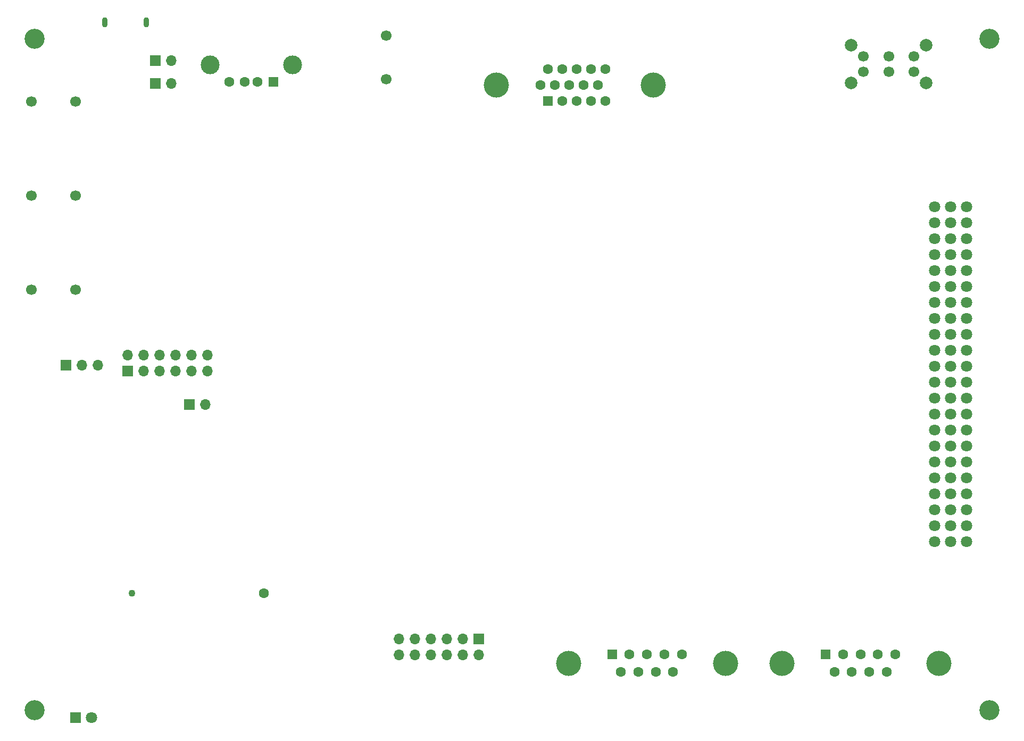
<source format=gbs>
%TF.GenerationSoftware,KiCad,Pcbnew,(7.0.0)*%
%TF.CreationDate,2023-03-16T09:59:11-07:00*%
%TF.ProjectId,aquarius-plus,61717561-7269-4757-932d-706c75732e6b,rev?*%
%TF.SameCoordinates,Original*%
%TF.FileFunction,Soldermask,Bot*%
%TF.FilePolarity,Negative*%
%FSLAX46Y46*%
G04 Gerber Fmt 4.6, Leading zero omitted, Abs format (unit mm)*
G04 Created by KiCad (PCBNEW (7.0.0)) date 2023-03-16 09:59:11*
%MOMM*%
%LPD*%
G01*
G04 APERTURE LIST*
%ADD10C,1.800000*%
%ADD11R,1.700000X1.700000*%
%ADD12O,1.700000X1.700000*%
%ADD13C,4.000000*%
%ADD14R,1.600000X1.600000*%
%ADD15C,1.600000*%
%ADD16C,3.200000*%
%ADD17C,1.700000*%
%ADD18C,2.000000*%
%ADD19O,0.900000X1.600000*%
%ADD20C,1.100000*%
%ADD21R,1.600000X1.500000*%
%ADD22C,3.000000*%
%ADD23R,1.800000X1.800000*%
G04 APERTURE END LIST*
D10*
%TO.C,J10*%
X214825000Y-65830000D03*
X212285000Y-65830000D03*
X217365000Y-65830000D03*
X214825000Y-68370000D03*
X212285000Y-68370000D03*
X217365000Y-68370000D03*
X214825000Y-70910000D03*
X212285000Y-70910000D03*
X217365000Y-70910000D03*
X214825000Y-73450000D03*
X212285000Y-73450000D03*
X217365000Y-73450000D03*
X214825000Y-75990000D03*
X212285000Y-75990000D03*
X217365000Y-75990000D03*
X214825000Y-78530000D03*
X212285000Y-78530000D03*
X217365000Y-78530000D03*
X214825000Y-81070000D03*
X212285000Y-81070000D03*
X217365000Y-81070000D03*
X214825000Y-83610000D03*
X212285000Y-83610000D03*
X217365000Y-83610000D03*
X214825000Y-86150000D03*
X212285000Y-86150000D03*
X217365000Y-86150000D03*
X214825000Y-88690000D03*
X212285000Y-88690000D03*
X217365000Y-88690000D03*
X214825000Y-91230000D03*
X212285000Y-91230000D03*
X217365000Y-91230000D03*
X214825000Y-93770000D03*
X212285000Y-93770000D03*
X217365000Y-93770000D03*
X214825000Y-96310000D03*
X212285000Y-96310000D03*
X217365000Y-96310000D03*
X214825000Y-98850000D03*
X212285000Y-98850000D03*
X217365000Y-98850000D03*
X214825000Y-101390000D03*
X212285000Y-101390000D03*
X217365000Y-101390000D03*
X214825000Y-103930000D03*
X212285000Y-103930000D03*
X217365000Y-103930000D03*
X214825000Y-106470000D03*
X212285000Y-106470000D03*
X217365000Y-106470000D03*
X214825000Y-109010000D03*
X212285000Y-109010000D03*
X217365000Y-109010000D03*
X214825000Y-111550000D03*
X212285000Y-111550000D03*
X217365000Y-111550000D03*
X214825000Y-114090000D03*
X212285000Y-114090000D03*
X217365000Y-114090000D03*
X214825000Y-116630000D03*
X212285000Y-116630000D03*
X217365000Y-116630000D03*
X214825000Y-119170000D03*
X212285000Y-119170000D03*
X217365000Y-119170000D03*
%TD*%
D11*
%TO.C,JP3*%
X93699999Y-97249999D03*
D12*
X96239999Y-97249999D03*
%TD*%
D13*
%TO.C,J14*%
X187990000Y-138489669D03*
X212990000Y-138489669D03*
D14*
X194949999Y-137069668D03*
D15*
X197720000Y-137069669D03*
X200490000Y-137069669D03*
X203260000Y-137069669D03*
X206030000Y-137069669D03*
X196335000Y-139909669D03*
X199105000Y-139909669D03*
X201875000Y-139909669D03*
X204645000Y-139909669D03*
%TD*%
D11*
%TO.C,J11*%
X139699999Y-134619999D03*
D12*
X139699999Y-137159999D03*
X137159999Y-134619999D03*
X137159999Y-137159999D03*
X134619999Y-134619999D03*
X134619999Y-137159999D03*
X132079999Y-134619999D03*
X132079999Y-137159999D03*
X129539999Y-134619999D03*
X129539999Y-137159999D03*
X126999999Y-134619999D03*
X126999999Y-137159999D03*
%TD*%
D16*
%TO.C,H4*%
X221000000Y-146000000D03*
%TD*%
%TO.C,H3*%
X69000000Y-146000000D03*
%TD*%
D17*
%TO.C,J6*%
X68500000Y-64000000D03*
X75500000Y-64000000D03*
%TD*%
D18*
%TO.C,SW1*%
X210957500Y-46082500D03*
X210957500Y-40082500D03*
X198957500Y-46082500D03*
X198957500Y-40082500D03*
D17*
X208957500Y-44332500D03*
X204957500Y-44332500D03*
X200957500Y-44332500D03*
X208957500Y-41832500D03*
X204957500Y-41832500D03*
X200957500Y-41832500D03*
%TD*%
D11*
%TO.C,J8*%
X73999999Y-90999999D03*
D12*
X76539999Y-90999999D03*
X79079999Y-90999999D03*
%TD*%
D19*
%TO.C,J1*%
X86799999Y-36449999D03*
X80199999Y-36449999D03*
%TD*%
D17*
%TO.C,J7*%
X68500000Y-79000000D03*
X75500000Y-79000000D03*
%TD*%
D20*
%TO.C,J12*%
X84500000Y-127325000D03*
D15*
X105500000Y-127325000D03*
%TD*%
D13*
%TO.C,J2*%
X167495000Y-46430000D03*
X142505000Y-46430000D03*
D14*
X150684999Y-48969999D03*
D15*
X152975000Y-48970000D03*
X155265000Y-48970000D03*
X157555000Y-48970000D03*
X159845000Y-48970000D03*
X149545000Y-46430000D03*
X151835000Y-46430000D03*
X154125000Y-46430000D03*
X156415000Y-46430000D03*
X158705000Y-46430000D03*
X150685000Y-43890000D03*
X152975000Y-43890000D03*
X155265000Y-43890000D03*
X157555000Y-43890000D03*
X159845000Y-43890000D03*
%TD*%
D21*
%TO.C,J4*%
X106999999Y-45859999D03*
D15*
X104500000Y-45860000D03*
X102500000Y-45860000D03*
X100000000Y-45860000D03*
D22*
X110070000Y-43150000D03*
X96930000Y-43150000D03*
%TD*%
D16*
%TO.C,H1*%
X69000000Y-39000000D03*
%TD*%
D23*
%TO.C,D3*%
X75499999Y-147174999D03*
D10*
X78040000Y-147175000D03*
%TD*%
D16*
%TO.C,H2*%
X221000000Y-39000000D03*
%TD*%
D11*
%TO.C,J9*%
X83819999Y-91999999D03*
D12*
X83819999Y-89459999D03*
X86359999Y-91999999D03*
X86359999Y-89459999D03*
X88899999Y-91999999D03*
X88899999Y-89459999D03*
X91439999Y-91999999D03*
X91439999Y-89459999D03*
X93979999Y-91999999D03*
X93979999Y-89459999D03*
X96519999Y-91999999D03*
X96519999Y-89459999D03*
%TD*%
D11*
%TO.C,JP2*%
X88224999Y-46149999D03*
D12*
X90764999Y-46149999D03*
%TD*%
D17*
%TO.C,J3*%
X125000000Y-38500000D03*
X125000000Y-45500000D03*
%TD*%
D13*
%TO.C,J13*%
X153990000Y-138489669D03*
X178990000Y-138489669D03*
D14*
X160949999Y-137069668D03*
D15*
X163720000Y-137069669D03*
X166490000Y-137069669D03*
X169260000Y-137069669D03*
X172030000Y-137069669D03*
X162335000Y-139909669D03*
X165105000Y-139909669D03*
X167875000Y-139909669D03*
X170645000Y-139909669D03*
%TD*%
D11*
%TO.C,JP1*%
X88224999Y-42499999D03*
D12*
X90764999Y-42499999D03*
%TD*%
D17*
%TO.C,J5*%
X68500000Y-49000000D03*
X75500000Y-49000000D03*
%TD*%
M02*

</source>
